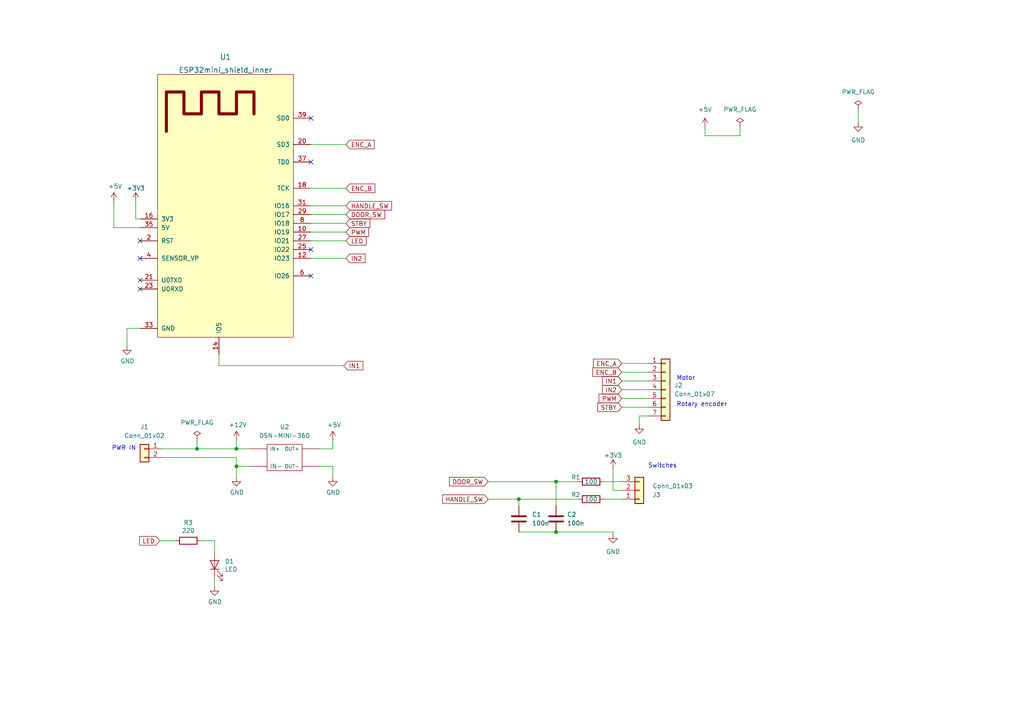
<source format=kicad_sch>
(kicad_sch (version 20230409) (generator eeschema)
  (paper "A4")
  (lib_symbols
    (symbol "Connector_Generic:Conn_01x02" (pin_names (offset 1.016) hide)
      (property "Reference" "J" (at 0 2.54 0))
      (property "Value" "Conn_01x02" (at 0 -5.08 0))
      (symbol "Conn_01x02_1_1"
        (rectangle (start -1.27 -2.413) (end 0 -2.667) (stroke (width 0.1524)))
        (rectangle (start -1.27 0.127) (end 0 -0.127) (stroke (width 0.1524)))
        (rectangle (start -1.27 1.27) (end 1.27 -3.81) (stroke (width 0.254)) (fill (type background)))
        (pin passive line (at -5.08 0 0) (length 3.81) (name "Pin_1") (number "1"))
        (pin passive line (at -5.08 -2.54 0) (length 3.81) (name "Pin_2") (number "2"))
      )
    )
    (symbol "Connector_Generic:Conn_01x03" (pin_names (offset 1.016) hide)
      (property "Reference" "J" (at 0 5.08 0))
      (property "Value" "Conn_01x03" (at 0 -5.08 0))
      (symbol "Conn_01x03_1_1"
        (rectangle (start -1.27 -2.413) (end 0 -2.667) (stroke (width 0.1524)))
        (rectangle (start -1.27 0.127) (end 0 -0.127) (stroke (width 0.1524)))
        (rectangle (start -1.27 2.667) (end 0 2.413) (stroke (width 0.1524)))
        (rectangle (start -1.27 3.81) (end 1.27 -3.81) (stroke (width 0.254)) (fill (type background)))
        (pin passive line (at -5.08 2.54 0) (length 3.81) (name "Pin_1") (number "1"))
        (pin passive line (at -5.08 0 0) (length 3.81) (name "Pin_2") (number "2"))
        (pin passive line (at -5.08 -2.54 0) (length 3.81) (name "Pin_3") (number "3"))
      )
    )
    (symbol "Connector_Generic:Conn_01x07" (pin_names (offset 1.016) hide)
      (property "Reference" "J" (at 0 10.16 0))
      (property "Value" "Conn_01x07" (at 0 -10.16 0))
      (symbol "Conn_01x07_1_1"
        (rectangle (start -1.27 -7.493) (end 0 -7.747) (stroke (width 0.1524)))
        (rectangle (start -1.27 -4.953) (end 0 -5.207) (stroke (width 0.1524)))
        (rectangle (start -1.27 -2.413) (end 0 -2.667) (stroke (width 0.1524)))
        (rectangle (start -1.27 0.127) (end 0 -0.127) (stroke (width 0.1524)))
        (rectangle (start -1.27 2.667) (end 0 2.413) (stroke (width 0.1524)))
        (rectangle (start -1.27 5.207) (end 0 4.953) (stroke (width 0.1524)))
        (rectangle (start -1.27 7.747) (end 0 7.493) (stroke (width 0.1524)))
        (rectangle (start -1.27 8.89) (end 1.27 -8.89) (stroke (width 0.254)) (fill (type background)))
        (pin passive line (at -5.08 7.62 0) (length 3.81) (name "Pin_1") (number "1"))
        (pin passive line (at -5.08 5.08 0) (length 3.81) (name "Pin_2") (number "2"))
        (pin passive line (at -5.08 2.54 0) (length 3.81) (name "Pin_3") (number "3"))
        (pin passive line (at -5.08 0 0) (length 3.81) (name "Pin_4") (number "4"))
        (pin passive line (at -5.08 -2.54 0) (length 3.81) (name "Pin_5") (number "5"))
        (pin passive line (at -5.08 -5.08 0) (length 3.81) (name "Pin_6") (number "6"))
        (pin passive line (at -5.08 -7.62 0) (length 3.81) (name "Pin_7") (number "7"))
      )
    )
    (symbol "Device:C" (pin_numbers hide) (pin_names (offset 0.254))
      (property "Reference" "C" (at 0.635 2.54 0))
      (property "Value" "C" (at 0.635 -2.54 0))
      (symbol "C_0_1"
        (polyline (pts (xy -2.032 -0.762) (xy 2.032 -0.762)) (stroke (width 0.508)))
        (polyline (pts (xy -2.032 0.762) (xy 2.032 0.762)) (stroke (width 0.508)))
      )
      (symbol "C_1_1"
        (pin passive line (at 0 3.81 270) (length 2.794) (name "~") (number "1"))
        (pin passive line (at 0 -3.81 90) (length 2.794) (name "~") (number "2"))
      )
    )
    (symbol "Device:LED" (pin_numbers hide) (pin_names (offset 1.016) hide)
      (property "Reference" "D" (at 0 2.54 0))
      (property "Value" "LED" (at 0 -2.54 0))
      (symbol "LED_0_1"
        (polyline (pts (xy -1.27 -1.27) (xy -1.27 1.27)) (stroke (width 0.2032)))
        (polyline (pts (xy -1.27 0) (xy 1.27 0)))
        (polyline (pts (xy 1.27 -1.27) (xy 1.27 1.27) (xy -1.27 0) (xy 1.27 -1.27)) (stroke (width 0.2032)))
        (polyline (pts (xy -3.048 -0.762) (xy -4.572 -2.286) (xy -3.81 -2.286) (xy -4.572 -2.286) (xy -4.572 -1.524)))
        (polyline (pts (xy -1.778 -0.762) (xy -3.302 -2.286) (xy -2.54 -2.286) (xy -3.302 -2.286) (xy -3.302 -1.524)))
      )
      (symbol "LED_1_1"
        (pin passive line (at -3.81 0 0) (length 2.54) (name "K") (number "1"))
        (pin passive line (at 3.81 0 180) (length 2.54) (name "A") (number "2"))
      )
    )
    (symbol "Device:R" (pin_numbers hide) (pin_names (offset 0))
      (property "Reference" "R" (at 2.032 0 90))
      (property "Value" "R" (at 0 0 90))
      (symbol "R_0_1"
        (rectangle (start -1.016 -2.54) (end 1.016 2.54) (stroke (width 0.254)))
      )
      (symbol "R_1_1"
        (pin passive line (at 0 3.81 270) (length 1.27) (name "~") (number "1"))
        (pin passive line (at 0 -3.81 90) (length 1.27) (name "~") (number "2"))
      )
    )
    (symbol "GND_1" (power) (pin_names (offset 0))
      (property "Value" "GND" (at 0 -3.81 0))
      (symbol "GND_1_0_1"
        (polyline (pts (xy 0 0) (xy 0 -1.27) (xy 1.27 -1.27) (xy 0 -2.54) (xy -1.27 -1.27) (xy 0 -1.27)))
      )
      (symbol "GND_1_1_1"
        (pin power_in line (at 0 0 270) (length 0) hide (name "GND") (number "1"))
      )
    )
    (symbol "dsnmini360:DSN-MINI-360" (pin_numbers hide) (pin_names (offset 0.762))
      (property "Reference" "U" (at 3.81 -4.9784 0))
      (property "Value" "DSN-MINI-360" (at 0 5.08 0))
      (symbol "DSN-MINI-360_0_1"
        (rectangle (start -5.08 -3.81) (end 5.08 3.81))
      )
      (symbol "DSN-MINI-360_1_1"
        (pin passive line (at -10.16 2.54 0) (length 5.08) (name "IN+") (number "IN+"))
        (pin passive line (at -10.16 -2.54 0) (length 5.08) (name "IN-") (number "IN-"))
        (pin passive line (at 10.16 2.54 180) (length 5.08) (name "OUT+") (number "OUT+"))
        (pin passive line (at 10.16 -2.54 180) (length 5.08) (name "OUT-") (number "OUT-"))
      )
    )
    (symbol "esp32mini-shield-inner:ESP32mini_shield_inner" (pin_names (offset 1.016))
      (property "Reference" "U" (at -24.13 44.45 0))
      (property "Value" "ESP32mini_shield_inner" (at 11.43 52.07 0))
      (symbol "ESP32mini_shield_inner_0_1"
        (rectangle (start -20.32 54.61) (end 19.05 -21.59) (fill (type background)))
        (polyline (pts (xy -17.78 38.1) (xy -17.78 49.53) (xy -12.7 49.53) (xy -12.7 43.18) (xy -7.62 43.18) (xy -7.62 49.53) (xy -2.54 49.53) (xy -2.54 43.18) (xy 2.54 43.18) (xy 2.54 49.53) (xy 7.62 49.53) (xy 7.62 43.18)) (stroke (width 0.889)))
      )
      (symbol "ESP32mini_shield_inner_1_1"
        (pin bidirectional line (at 24.13 8.89 180) (length 5.08) (name "IO19") (number "10"))
        (pin bidirectional line (at 24.13 1.27 180) (length 5.08) (name "IO23") (number "12"))
        (pin bidirectional line (at -2.54 -26.67 90) (length 5.08) (name "IO5") (number "14"))
        (pin power_out line (at -25.4 12.7 0) (length 5.08) (name "3V3") (number "16"))
        (pin bidirectional line (at 24.13 21.59 180) (length 5.08) (name "TCK") (number "18"))
        (pin input line (at -25.4 6.35 0) (length 5.08) (name "RST") (number "2"))
        (pin bidirectional line (at 24.13 34.29 180) (length 5.08) (name "SD3") (number "20"))
        (pin bidirectional line (at -25.4 -5.08 0) (length 5.08) (name "U0TXD") (number "21"))
        (pin bidirectional line (at -25.4 -7.62 0) (length 5.08) (name "U0RXD") (number "23"))
        (pin bidirectional line (at 24.13 3.81 180) (length 5.08) (name "IO22") (number "25"))
        (pin bidirectional line (at 24.13 6.35 180) (length 5.08) (name "IO21") (number "27"))
        (pin bidirectional line (at 24.13 13.97 180) (length 5.08) (name "IO17") (number "29"))
        (pin bidirectional line (at 24.13 16.51 180) (length 5.08) (name "IO16") (number "31"))
        (pin power_in line (at -25.4 -19.05 0) (length 5.08) (name "GND") (number "33"))
        (pin power_in line (at -25.4 10.16 0) (length 5.08) (name "5V") (number "35"))
        (pin bidirectional line (at 24.13 29.21 180) (length 5.08) (name "TD0") (number "37"))
        (pin bidirectional line (at 24.13 41.91 180) (length 5.08) (name "SD0") (number "39"))
        (pin input line (at -25.4 1.27 0) (length 5.08) (name "SENSOR_VP") (number "4"))
        (pin bidirectional line (at 24.13 -3.81 180) (length 5.08) (name "IO26") (number "6"))
        (pin bidirectional line (at 24.13 11.43 180) (length 5.08) (name "IO18") (number "8"))
      )
    )
    (symbol "power:+12V" (power) (pin_names (offset 0))
      (property "Value" "+12V" (at 0 3.556 0))
      (symbol "+12V_0_1"
        (polyline (pts (xy -0.762 1.27) (xy 0 2.54)))
        (polyline (pts (xy 0 0) (xy 0 2.54)))
        (polyline (pts (xy 0 2.54) (xy 0.762 1.27)))
      )
      (symbol "+12V_1_1"
        (pin power_in line (at 0 0 90) (length 0) hide (name "+12V") (number "1"))
      )
    )
    (symbol "power:+3V3" (power) (pin_names (offset 0))
      (property "Value" "+3V3" (at 0 3.556 0))
      (symbol "+3V3_0_1"
        (polyline (pts (xy -0.762 1.27) (xy 0 2.54)))
        (polyline (pts (xy 0 0) (xy 0 2.54)))
        (polyline (pts (xy 0 2.54) (xy 0.762 1.27)))
      )
      (symbol "+3V3_1_1"
        (pin power_in line (at 0 0 90) (length 0) hide (name "+3V3") (number "1"))
      )
    )
    (symbol "power:+5V" (power) (pin_names (offset 0))
      (property "Value" "+5V" (at 0 3.556 0))
      (symbol "+5V_0_1"
        (polyline (pts (xy -0.762 1.27) (xy 0 2.54)))
        (polyline (pts (xy 0 0) (xy 0 2.54)))
        (polyline (pts (xy 0 2.54) (xy 0.762 1.27)))
      )
      (symbol "+5V_1_1"
        (pin power_in line (at 0 0 90) (length 0) hide (name "+5V") (number "1"))
      )
    )
    (symbol "power:GND" (power) (pin_names (offset 0))
      (property "Value" "GND" (at 0 -3.81 0))
      (symbol "GND_0_1"
        (polyline (pts (xy 0 0) (xy 0 -1.27) (xy 1.27 -1.27) (xy 0 -2.54) (xy -1.27 -1.27) (xy 0 -1.27)))
      )
      (symbol "GND_1_1"
        (pin power_in line (at 0 0 270) (length 0) hide (name "GND") (number "1"))
      )
    )
    (symbol "power:PWR_FLAG" (power) (pin_numbers hide) (pin_names (offset 0) hide)
      (property "Value" "PWR_FLAG" (at 0 3.81 0))
      (symbol "PWR_FLAG_0_0"
        (pin power_out line (at 0 0 90) (length 0) (name "pwr") (number "1"))
      )
      (symbol "PWR_FLAG_0_1"
        (polyline (pts (xy 0 0) (xy 0 1.27) (xy -1.016 1.905) (xy 0 2.54) (xy 1.016 1.905) (xy 0 1.27)))
      )
    )
  )
  (junction (at 150.495 144.78))
  (junction (at 68.58 135.255))
  (junction (at 57.15 130.175))
  (junction (at 161.29 154.305))
  (junction (at 68.58 130.175))
  (junction (at 161.29 139.7))
  (no_connect (at 90.17 46.99))
  (no_connect (at 90.17 34.29))
  (no_connect (at 90.17 72.39))
  (no_connect (at 40.64 81.28))
  (no_connect (at 40.64 74.93))
  (no_connect (at 40.64 83.82))
  (no_connect (at 40.64 69.85))
  (no_connect (at 90.17 80.01))
  (wire (pts (xy 96.52 127.635) (xy 96.52 130.175)))
  (wire (pts (xy 90.17 62.23) (xy 100.33 62.23)))
  (wire (pts (xy 62.23 156.845) (xy 62.23 160.02)))
  (wire (pts (xy 180.34 107.95) (xy 187.96 107.95)))
  (wire (pts (xy 185.42 120.65) (xy 185.42 123.19)))
  (wire (pts (xy 180.34 110.49) (xy 187.96 110.49)))
  (wire (pts (xy 68.58 135.255) (xy 72.39 135.255)))
  (wire (pts (xy 141.605 139.7) (xy 161.29 139.7)))
  (wire (pts (xy 68.58 130.175) (xy 72.39 130.175)))
  (wire (pts (xy 96.52 135.255) (xy 96.52 138.43)))
  (wire (pts (xy 68.58 138.43) (xy 68.58 135.255)))
  (wire (pts (xy 90.17 41.91) (xy 100.33 41.91)))
  (wire (pts (xy 214.63 39.37) (xy 214.63 36.83)))
  (wire (pts (xy 180.34 118.11) (xy 187.96 118.11)))
  (wire (pts (xy 177.8 142.24) (xy 180.34 142.24)))
  (wire (pts (xy 161.29 139.7) (xy 161.29 146.685)))
  (wire (pts (xy 33.02 66.04) (xy 40.64 66.04)))
  (wire (pts (xy 161.29 139.7) (xy 167.64 139.7)))
  (wire (pts (xy 63.5 106.045) (xy 63.5 102.87)))
  (wire (pts (xy 99.695 106.045) (xy 63.5 106.045)))
  (wire (pts (xy 92.71 135.255) (xy 96.52 135.255)))
  (wire (pts (xy 180.34 113.03) (xy 187.96 113.03)))
  (wire (pts (xy 177.8 154.305) (xy 177.8 154.94)))
  (wire (pts (xy 204.47 36.83) (xy 204.47 39.37)))
  (wire (pts (xy 62.23 167.64) (xy 62.23 170.18)))
  (wire (pts (xy 57.15 127.635) (xy 57.15 130.175)))
  (wire (pts (xy 96.52 130.175) (xy 92.71 130.175)))
  (wire (pts (xy 58.42 156.845) (xy 62.23 156.845)))
  (wire (pts (xy 248.92 31.75) (xy 248.92 35.56)))
  (wire (pts (xy 161.29 154.305) (xy 177.8 154.305)))
  (wire (pts (xy 33.02 58.42) (xy 33.02 66.04)))
  (wire (pts (xy 90.17 54.61) (xy 100.33 54.61)))
  (wire (pts (xy 90.17 74.93) (xy 100.33 74.93)))
  (wire (pts (xy 46.99 132.715) (xy 68.58 132.715)))
  (wire (pts (xy 46.99 130.175) (xy 57.15 130.175)))
  (wire (pts (xy 90.17 67.31) (xy 100.33 67.31)))
  (wire (pts (xy 39.37 63.5) (xy 40.64 63.5)))
  (wire (pts (xy 150.495 144.78) (xy 167.64 144.78)))
  (wire (pts (xy 68.58 132.715) (xy 68.58 135.255)))
  (wire (pts (xy 180.34 105.41) (xy 187.96 105.41)))
  (wire (pts (xy 175.26 139.7) (xy 180.34 139.7)))
  (wire (pts (xy 90.17 69.85) (xy 100.33 69.85)))
  (wire (pts (xy 180.34 115.57) (xy 187.96 115.57)))
  (wire (pts (xy 57.15 130.175) (xy 68.58 130.175)))
  (wire (pts (xy 90.17 59.69) (xy 100.33 59.69)))
  (wire (pts (xy 68.58 127.635) (xy 68.58 130.175)))
  (wire (pts (xy 177.8 135.89) (xy 177.8 142.24)))
  (wire (pts (xy 150.495 144.78) (xy 150.495 146.685)))
  (wire (pts (xy 46.355 156.845) (xy 50.8 156.845)))
  (wire (pts (xy 175.26 144.78) (xy 180.34 144.78)))
  (wire (pts (xy 90.17 64.77) (xy 100.33 64.77)))
  (wire (pts (xy 40.64 95.25) (xy 36.83 95.25)))
  (wire (pts (xy 204.47 39.37) (xy 214.63 39.37)))
  (wire (pts (xy 39.37 58.42) (xy 39.37 63.5)))
  (wire (pts (xy 36.83 95.25) (xy 36.83 100.33)))
  (wire (pts (xy 141.605 144.78) (xy 150.495 144.78)))
  (wire (pts (xy 150.495 154.305) (xy 161.29 154.305)))
  (wire (pts (xy 187.96 120.65) (xy 185.42 120.65)))
  (text "PWR IN" (at 32.385 130.81 0) (effects (font (size 1.27 1.27)) (justify left bottom)))
  (text "Rotary encoder" (at 196.215 118.11 0) (effects (font (size 1.27 1.27)) (justify left bottom)))
  (text "Motor" (at 196.215 110.49 0) (effects (font (size 1.27 1.27)) (justify left bottom)))
  (text "Switches" (at 187.96 135.89 0) (effects (font (size 1.27 1.27)) (justify left bottom)))
  (global_label "IN1" (shape input) (at 99.695 106.045 0) (property "Intersheetrefs" "${INTERSHEET_REFS}" (effects hide)))
  (global_label "LED" (shape input) (at 46.355 156.845 180) (property "Intersheetrefs" "${INTERSHEET_REFS}" (effects hide)))
  (global_label "DOOR_SW" (shape input) (at 100.33 62.23 0) (property "Intersheetrefs" "${INTERSHEET_REFS}" (effects hide)))
  (global_label "STBY" (shape input) (at 100.33 64.77 0) (property "Intersheetrefs" "${INTERSHEET_REFS}" (effects hide)))
  (global_label "STBY" (shape input) (at 180.34 118.11 180) (property "Intersheetrefs" "${INTERSHEET_REFS}" (effects hide)))
  (global_label "PWM" (shape input) (at 100.33 67.31 0) (property "Intersheetrefs" "${INTERSHEET_REFS}" (effects hide)))
  (global_label "LED" (shape input) (at 100.33 69.85 0) (property "Intersheetrefs" "${INTERSHEET_REFS}" (effects hide)))
  (global_label "IN2" (shape input) (at 180.34 113.03 180) (property "Intersheetrefs" "${INTERSHEET_REFS}" (effects hide)))
  (global_label "DOOR_SW" (shape input) (at 141.605 139.7 180) (property "Intersheetrefs" "${INTERSHEET_REFS}" (effects hide)))
  (global_label "ENC_A" (shape input) (at 100.33 41.91 0) (property "Intersheetrefs" "${INTERSHEET_REFS}" (effects hide)))
  (global_label "IN1" (shape input) (at 180.34 110.49 180) (property "Intersheetrefs" "${INTERSHEET_REFS}" (effects hide)))
  (global_label "ENC_A" (shape input) (at 180.34 105.41 180) (property "Intersheetrefs" "${INTERSHEET_REFS}" (effects hide)))
  (global_label "HANDLE_SW" (shape input) (at 141.605 144.78 180) (property "Intersheetrefs" "${INTERSHEET_REFS}" (effects hide)))
  (global_label "PWM" (shape input) (at 180.34 115.57 180) (property "Intersheetrefs" "${INTERSHEET_REFS}" (effects hide)))
  (global_label "HANDLE_SW" (shape input) (at 100.33 59.69 0) (property "Intersheetrefs" "${INTERSHEET_REFS}" (effects hide)))
  (global_label "ENC_B" (shape input) (at 100.33 54.61 0) (property "Intersheetrefs" "${INTERSHEET_REFS}" (effects hide)))
  (global_label "IN2" (shape input) (at 100.33 74.93 0) (property "Intersheetrefs" "${INTERSHEET_REFS}" (effects hide)))
  (global_label "ENC_B" (shape input) (at 180.34 107.95 180) (property "Intersheetrefs" "${INTERSHEET_REFS}" (effects hide)))
  (symbol (lib_id "power:GND") (at 36.83 100.33 0) (unit 1)
    (property "Reference" "#PWR06" (effects hide))
    (property "Value" "GND" (at 36.957 104.7242 0))
  )
  (symbol (lib_id "power:GND") (at 96.52 138.43 0) (unit 1)
    (property "Reference" "#PWR05" (effects hide))
    (property "Value" "GND" (at 96.647 142.8242 0))
  )
  (symbol (lib_id "power:+5V") (at 96.52 127.635 0) (unit 1)
    (property "Reference" "#PWR04" (effects hide))
    (property "Value" "+5V" (at 96.901 123.2408 0))
  )
  (symbol (lib_id "power:GND") (at 68.58 138.43 0) (unit 1)
    (property "Reference" "#PWR03" (effects hide))
    (property "Value" "GND" (at 68.707 142.8242 0))
  )
  (symbol (lib_id "power:+12V") (at 68.58 127.635 0) (unit 1)
    (property "Reference" "#PWR02" (effects hide))
    (property "Value" "+12V" (at 68.961 123.2408 0))
  )
  (symbol (lib_id "power:+5V") (at 33.02 58.42 0) (unit 1)
    (property "Reference" "#PWR0101" (effects hide))
    (property "Value" "+5V" (at 33.401 54.0258 0))
  )
  (symbol (lib_id "Device:LED") (at 62.23 163.83 90) (unit 1)
    (property "Reference" "D1" (at 65.2018 162.8394 90) (effects (justify right)))
    (property "Value" "LED" (at 65.2018 165.1508 90) (effects (justify right)))
    (property "Footprint" "LED_THT:LED_D5.0mm_Clear" (effects hide))
  )
  (symbol (lib_id "power:GND") (at 62.23 170.18 0) (unit 1)
    (property "Reference" "#PWR012" (effects hide))
    (property "Value" "GND" (at 62.357 174.5742 0))
  )
  (symbol (lib_id "Device:R") (at 54.61 156.845 270) (unit 1)
    (property "Reference" "R3" (at 54.61 151.5872 90))
    (property "Value" "220" (at 54.61 153.8986 90))
    (property "Footprint" "Resistor_SMD:R_0603_1608Metric" (effects hide))
  )
  (symbol (lib_id "power:+5V") (at 204.47 36.83 0) (unit 1)
    (property "Reference" "#PWR0102" (effects hide))
    (property "Value" "+5V" (at 204.47 31.75 0))
  )
  (symbol (lib_id "power:GND") (at 248.92 35.56 0) (unit 1)
    (property "Reference" "#PWR0104" (effects hide))
    (property "Value" "GND" (at 248.92 40.64 0))
  )
  (symbol (lib_id "power:PWR_FLAG") (at 57.15 127.635 0) (unit 1)
    (property "Reference" "#FLG0102" (effects hide))
    (property "Value" "PWR_FLAG" (at 57.15 122.555 0))
  )
  (symbol (lib_id "dsnmini360:DSN-MINI-360") (at 82.55 132.715 0) (unit 1)
    (property "Reference" "U2" (at 82.55 123.825 0))
    (property "Value" "DSN-MINI-360" (at 82.55 126.365 0))
    (property "Footprint" "hal9k:DSN-MINI-360" (effects hide))
    (property "Datasheet" "regulator\\lm78xx.pdf" (effects hide))
  )
  (symbol (lib_id "power:PWR_FLAG") (at 248.92 31.75 0) (unit 1)
    (property "Reference" "#FLG0103" (effects hide))
    (property "Value" "PWR_FLAG" (at 248.92 26.67 0))
  )
  (symbol (lib_id "Connector_Generic:Conn_01x02") (at 41.91 130.175 0) (mirror y) (unit 1)
    (property "Reference" "J1" (at 41.91 123.825 0))
    (property "Value" "Conn_01x02" (at 41.91 126.365 0))
    (property "Footprint" "Connector_JST:JST_XH_B2B-XH-A_1x02_P2.50mm_Vertical" (effects hide))
  )
  (symbol (lib_id "Device:C") (at 150.495 150.495 0) (unit 1)
    (property "Reference" "C1" (at 154.305 149.2249 0) (effects (justify left)))
    (property "Value" "100n" (at 154.305 151.7649 0) (effects (justify left)))
    (property "Footprint" "Capacitor_SMD:C_0603_1608Metric" (effects hide))
  )
  (symbol (lib_id "power:+3V3") (at 39.37 58.42 0) (unit 1)
    (property "Reference" "#PWR08" (effects hide))
    (property "Value" "+3V3" (at 39.37 54.61 0))
  )
  (symbol (lib_id "Connector_Generic:Conn_01x03") (at 185.42 142.24 0) (mirror x) (unit 1)
    (property "Reference" "J3" (at 189.23 143.5101 0) (effects (justify left)))
    (property "Value" "Conn_01x03" (at 189.23 140.9701 0) (effects (justify left)))
    (property "Footprint" "Connector_PinHeader_2.00mm:PinHeader_1x03_P2.00mm_Vertical" (effects hide))
  )
  (symbol (lib_id "power:+3V3") (at 177.8 135.89 0) (unit 1)
    (property "Reference" "#PWR07" (effects hide))
    (property "Value" "+3V3" (at 177.8 132.08 0))
  )
  (symbol (lib_id "Device:R") (at 171.45 144.78 90) (unit 1)
    (property "Reference" "R2" (at 167.005 143.51 90))
    (property "Value" "100" (at 171.45 144.78 90))
    (property "Footprint" "Resistor_SMD:R_0603_1608Metric" (effects hide))
  )
  (symbol (lib_id "Device:R") (at 171.45 139.7 90) (unit 1)
    (property "Reference" "R1" (at 167.005 138.43 90))
    (property "Value" "100" (at 171.45 139.7 90))
    (property "Footprint" "Resistor_SMD:R_0603_1608Metric" (effects hide))
  )
  (symbol (lib_id "power:PWR_FLAG") (at 214.63 36.83 0) (unit 1)
    (property "Reference" "#FLG0101" (effects hide))
    (property "Value" "PWR_FLAG" (at 214.63 31.75 0))
  )
  (symbol (lib_id "Device:C") (at 161.29 150.495 0) (unit 1)
    (property "Reference" "C2" (at 164.465 149.2249 0) (effects (justify left)))
    (property "Value" "100n" (at 164.465 151.7649 0) (effects (justify left)))
    (property "Footprint" "Capacitor_SMD:C_0603_1608Metric" (effects hide))
  )
  (symbol (lib_id "Connector_Generic:Conn_01x07") (at 193.04 113.03 0) (unit 1)
    (property "Reference" "J2" (at 195.58 111.7599 0) (effects (justify left)))
    (property "Value" "Conn_01x07" (at 195.58 114.2999 0) (effects (justify left)))
    (property "Footprint" "Connector_PinHeader_2.00mm:PinHeader_1x07_P2.00mm_Vertical" (effects hide))
  )
  (symbol (lib_id "esp32mini-shield-inner:ESP32mini_shield_inner") (at 66.04 76.2 0) (unit 1)
    (property "Reference" "U1" (at 65.405 16.51 0) (effects (font (size 1.524 1.524))))
    (property "Value" "ESP32mini_shield_inner" (at 65.405 20.32 0) (effects (font (size 1.524 1.524))))
    (property "Footprint" "hal9k:ESP32mini_shield_inner" (effects hide))
  )
  (symbol (lib_id "power:GND") (at 177.8 154.94 0) (unit 1)
    (property "Reference" "#PWR01" (effects hide))
    (property "Value" "GND" (at 177.8 160.02 0))
  )
  (symbol (lib_name "GND_1") (lib_id "power:GND") (at 185.42 123.19 0) (unit 1)
    (property "Reference" "#PWR09" (effects hide))
    (property "Value" "GND" (at 185.42 128.27 0))
  )
)
</source>
